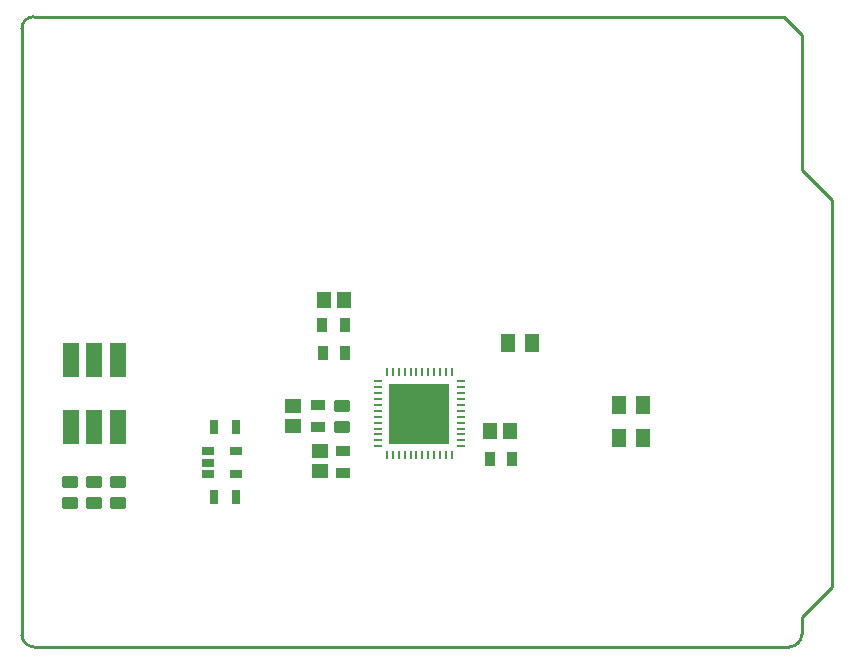
<source format=gtp>
G04 Layer_Color=7318015*
%FSLAX25Y25*%
%MOIN*%
G70*
G01*
G75*
%ADD10R,0.04921X0.05709*%
%ADD11R,0.03543X0.05118*%
%ADD12R,0.04921X0.06102*%
%ADD13R,0.02756X0.05118*%
G04:AMPARAMS|DCode=14|XSize=40mil|YSize=55mil|CornerRadius=5mil|HoleSize=0mil|Usage=FLASHONLY|Rotation=90.000|XOffset=0mil|YOffset=0mil|HoleType=Round|Shape=RoundedRectangle|*
%AMROUNDEDRECTD14*
21,1,0.04000,0.04500,0,0,90.0*
21,1,0.03000,0.05500,0,0,90.0*
1,1,0.01000,0.02250,0.01500*
1,1,0.01000,0.02250,-0.01500*
1,1,0.01000,-0.02250,-0.01500*
1,1,0.01000,-0.02250,0.01500*
%
%ADD14ROUNDEDRECTD14*%
%ADD15R,0.05118X0.03543*%
%ADD16R,0.05709X0.04921*%
%ADD17R,0.04331X0.02559*%
%ADD18O,0.03150X0.00984*%
%ADD19O,0.00984X0.03150*%
%ADD20R,0.20276X0.20276*%
%ADD21R,0.05512X0.11811*%
%ADD22C,0.01000*%
D10*
X904626Y1030709D02*
D03*
X911319D02*
D03*
X856004Y1074508D02*
D03*
X849311D02*
D03*
D11*
X904725Y1021457D02*
D03*
X912205D02*
D03*
X904725D02*
D03*
X912205D02*
D03*
X856496Y1056791D02*
D03*
X849016D02*
D03*
X856496D02*
D03*
X849016D02*
D03*
X856331Y1066076D02*
D03*
X848851D02*
D03*
X856331D02*
D03*
X848851D02*
D03*
D12*
X955709Y1039370D02*
D03*
X947638D02*
D03*
X955807Y1028346D02*
D03*
X947736D02*
D03*
X918701Y1060138D02*
D03*
X910630D02*
D03*
D13*
X820177Y1032185D02*
D03*
X812697D02*
D03*
Y1008760D02*
D03*
X820177D02*
D03*
D14*
X855545Y1032219D02*
D03*
Y1039219D02*
D03*
X764862Y1006835D02*
D03*
Y1013835D02*
D03*
X772786Y1006835D02*
D03*
Y1013835D02*
D03*
X780709Y1006835D02*
D03*
Y1013835D02*
D03*
D15*
X847277Y1039459D02*
D03*
Y1031979D02*
D03*
Y1039459D02*
D03*
Y1031979D02*
D03*
X855610Y1024213D02*
D03*
Y1016732D02*
D03*
Y1024213D02*
D03*
Y1016732D02*
D03*
D16*
X847933Y1024213D02*
D03*
Y1017520D02*
D03*
X839010Y1039065D02*
D03*
Y1032372D02*
D03*
D17*
X820177Y1024016D02*
D03*
Y1016535D02*
D03*
X810728D02*
D03*
Y1020276D02*
D03*
Y1024016D02*
D03*
D18*
X894980Y1025689D02*
D03*
Y1027657D02*
D03*
Y1029626D02*
D03*
Y1031594D02*
D03*
Y1033563D02*
D03*
Y1035531D02*
D03*
Y1037500D02*
D03*
Y1039468D02*
D03*
Y1041437D02*
D03*
Y1043405D02*
D03*
Y1045374D02*
D03*
Y1047342D02*
D03*
X867421D02*
D03*
Y1045374D02*
D03*
Y1043405D02*
D03*
Y1041437D02*
D03*
Y1039468D02*
D03*
Y1037500D02*
D03*
Y1035531D02*
D03*
Y1033563D02*
D03*
Y1031594D02*
D03*
Y1029626D02*
D03*
Y1027657D02*
D03*
Y1025689D02*
D03*
D19*
X892027Y1050295D02*
D03*
X890059D02*
D03*
X888091D02*
D03*
X886122D02*
D03*
X884153D02*
D03*
X882185D02*
D03*
X880216D02*
D03*
X878248D02*
D03*
X876279D02*
D03*
X874311D02*
D03*
X872342D02*
D03*
X870374D02*
D03*
Y1022736D02*
D03*
X872342D02*
D03*
X874311D02*
D03*
X876279D02*
D03*
X878248D02*
D03*
X880216D02*
D03*
X882185D02*
D03*
X884153D02*
D03*
X886122D02*
D03*
X888091D02*
D03*
X890059D02*
D03*
X892027D02*
D03*
D20*
X881201Y1036516D02*
D03*
D21*
X780709Y1054429D02*
D03*
X772835D02*
D03*
X764961D02*
D03*
X780709Y1031988D02*
D03*
X772835D02*
D03*
X764961D02*
D03*
D22*
X752600Y1168900D02*
G03*
X748663Y1164963I0J-3937D01*
G01*
Y962837D02*
G03*
X752600Y958900I3937J0D01*
G01*
X1004523D02*
G03*
X1008663Y963040I0J4140D01*
G01*
X748663Y962837D02*
Y1164963D01*
X752600Y958900D02*
X1004523D01*
X752600Y1168900D02*
X1002682D01*
Y1168882D02*
X1008663Y1162900D01*
X1018663Y978900D02*
Y1106600D01*
Y1107900D01*
X1008663Y1117900D02*
Y1162900D01*
Y1117900D02*
X1018663Y1107900D01*
X1008663Y968900D02*
X1018663Y978900D01*
X1008663Y963040D02*
Y968900D01*
M02*

</source>
